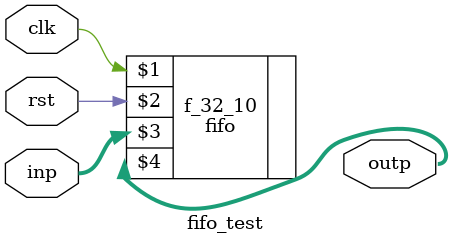
<source format=v>
/*  Concrete parameterizations of some FIFOs for testing.
 * 
 *  Copyright (c) 2016, Stephen Longfield, stephenlongfield.com
 * 
 *  This program is free software: you can redistribute it and/or modify
 *  it under the terms of the GNU General Public License as published by
 *  the Free Software Foundation, either version 3 of the License, or
 *  (at your option) any later version.
 *
 *  This program is distributed in the hope that it will be useful,
 *  but WITHOUT ANY WARRANTY; without even the implied warranty of
 *  MERCHANTABILITY or FITNESS FOR A PARTICULAR PURPOSE.  See the
 *  GNU General Public License for more details.
 *
 *  You should have received a copy of the GNU General Public License
 *  along with this program.  If not, see <http://www.gnu.org/licenses/>.
 *
 */

`include "fifo.v"

module fifo_test(
    input clk,
    input rst,
    input  wire[31:0] inp,
    output wire[31:0] outp
  );

  fifo #(.WIDTH(32), .DEPTH(10)) f_32_10(clk, rst, inp, outp);
endmodule

</source>
